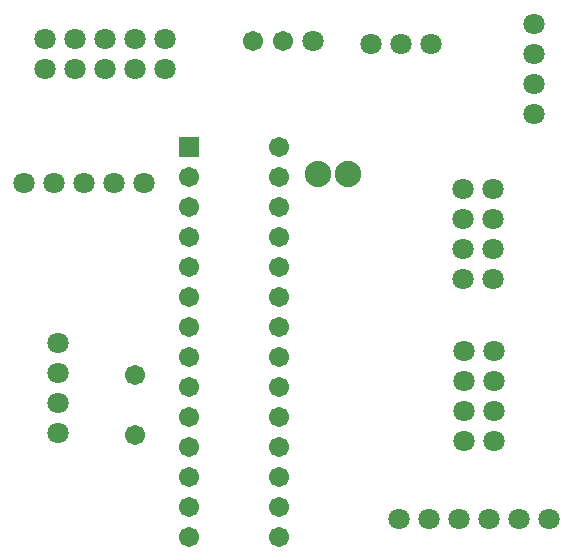
<source format=gts>
G04 Layer: TopSolderMaskLayer*
G04 EasyEDA v5.9.42, Fri, 19 Apr 2019 11:27:39 GMT*
G04 62b01817c26747bfa47cc5f7c73cc831*
G04 Gerber Generator version 0.2*
G04 Scale: 100 percent, Rotated: No, Reflected: No *
G04 Dimensions in millimeters *
G04 leading zeros omitted , absolute positions ,3 integer and 3 decimal *
%FSLAX33Y33*%
%MOMM*%
G90*
G71D02*

%ADD23C,2.235200*%
%ADD24C,1.703197*%
%ADD25R,1.703197X1.703197*%
%ADD26C,1.803197*%

%LPD*%
G54D23*
G01X29972Y33997D03*
G01X27391Y33997D03*
G54D24*
G01X11938Y16979D03*
G01X11938Y11899D03*
G01X24130Y3263D03*
G01X24130Y5803D03*
G01X24130Y8343D03*
G01X24130Y10883D03*
G01X24130Y13423D03*
G01X24130Y15963D03*
G01X24130Y18503D03*
G01X24130Y21043D03*
G01X24130Y23583D03*
G01X24130Y26123D03*
G01X24130Y28663D03*
G01X24130Y31203D03*
G01X24130Y33743D03*
G01X24130Y36283D03*
G01X16510Y3263D03*
G01X16510Y5803D03*
G01X16510Y8343D03*
G01X16510Y10883D03*
G01X16510Y13423D03*
G01X16510Y15963D03*
G01X16510Y18503D03*
G01X16510Y21043D03*
G01X16510Y23583D03*
G01X16510Y26123D03*
G01X16510Y28663D03*
G01X16510Y31203D03*
G01X16510Y33743D03*
G54D25*
G01X16510Y36283D03*
G54D26*
G01X45707Y41611D03*
G01X45707Y44151D03*
G01X45707Y39071D03*
G01X45707Y46691D03*
G01X39673Y30185D03*
G01X42213Y30185D03*
G01X39673Y27645D03*
G01X42213Y27645D03*
G01X39673Y25105D03*
G01X42213Y25105D03*
G01X39673Y32725D03*
G01X42213Y32725D03*
G01X39757Y16469D03*
G01X42297Y16469D03*
G01X39757Y13929D03*
G01X42297Y13929D03*
G01X39757Y11389D03*
G01X42297Y11389D03*
G01X39757Y19009D03*
G01X42297Y19009D03*
G01X26982Y45209D03*
G54D24*
G01X21902Y45209D03*
G01X24442Y45209D03*
G54D26*
G01X31865Y44955D03*
G01X34405Y44955D03*
G01X36945Y44955D03*
G01X5080Y33235D03*
G01X7620Y33235D03*
G01X10160Y33235D03*
G01X2540Y33235D03*
G01X12700Y33235D03*
G01X6858Y42879D03*
G01X6858Y45419D03*
G01X9398Y42879D03*
G01X9398Y45419D03*
G01X11938Y42879D03*
G01X11938Y45419D03*
G01X4318Y42879D03*
G01X4318Y45419D03*
G01X14478Y42879D03*
G01X14478Y45419D03*
G01X5427Y12062D03*
G01X5427Y14602D03*
G01X5427Y17142D03*
G01X5427Y19682D03*
G01X34290Y4787D03*
G01X36830Y4787D03*
G01X39370Y4787D03*
G01X41910Y4787D03*
G01X44450Y4787D03*
G01X46990Y4787D03*
M00*
M02*

</source>
